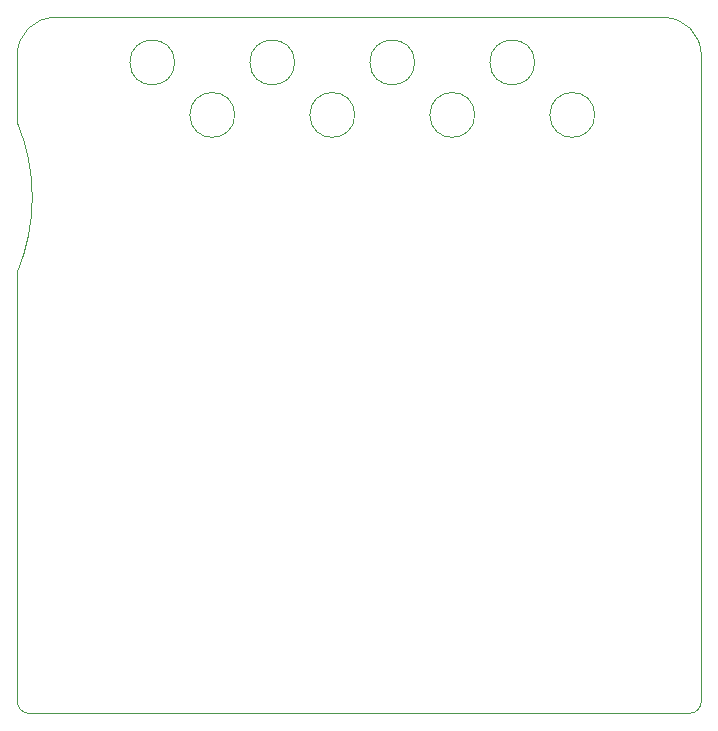
<source format=gm1>
%TF.GenerationSoftware,KiCad,Pcbnew,(5.1.8)-1*%
%TF.CreationDate,2021-03-08T16:17:59+01:00*%
%TF.ProjectId,ZX Diagnostic 2021 FA1,5a582044-6961-4676-9e6f-737469632032,rev?*%
%TF.SameCoordinates,Original*%
%TF.FileFunction,Profile,NP*%
%FSLAX46Y46*%
G04 Gerber Fmt 4.6, Leading zero omitted, Abs format (unit mm)*
G04 Created by KiCad (PCBNEW (5.1.8)-1) date 2021-03-08 16:17:59*
%MOMM*%
%LPD*%
G01*
G04 APERTURE LIST*
%TA.AperFunction,Profile*%
%ADD10C,0.025400*%
%TD*%
G04 APERTURE END LIST*
D10*
X169159000Y-67310000D02*
G75*
G03*
X169159000Y-67310000I-1900000J0D01*
G01*
X164079000Y-62865000D02*
G75*
G03*
X164079000Y-62865000I-1900000J0D01*
G01*
X158999000Y-67310000D02*
G75*
G03*
X158999000Y-67310000I-1900000J0D01*
G01*
X153919000Y-62865000D02*
G75*
G03*
X153919000Y-62865000I-1900000J0D01*
G01*
X148839000Y-67310000D02*
G75*
G03*
X148839000Y-67310000I-1900000J0D01*
G01*
X143759000Y-62865000D02*
G75*
G03*
X143759000Y-62865000I-1900000J0D01*
G01*
X133599000Y-62865000D02*
G75*
G03*
X133599000Y-62865000I-1900000J0D01*
G01*
X138679000Y-67310000D02*
G75*
G03*
X138679000Y-67310000I-1900000J0D01*
G01*
X120269000Y-116967000D02*
G75*
G03*
X121285000Y-117983000I1016000J0D01*
G01*
X120269000Y-67945000D02*
X120269000Y-62230000D01*
X120269001Y-67945000D02*
G75*
G02*
X120269001Y-80645000I-15240000J-6350001D01*
G01*
X123444000Y-59055000D02*
X175006000Y-59055000D01*
X175006000Y-59055000D02*
G75*
G02*
X178181000Y-62230000I0J-3175000D01*
G01*
X120269000Y-62230000D02*
G75*
G02*
X123444000Y-59055000I3175000J0D01*
G01*
X177165000Y-117983000D02*
X121285000Y-117983000D01*
X178181000Y-62230000D02*
X178181000Y-116967000D01*
X177165000Y-117983000D02*
G75*
G03*
X178181000Y-116967000I0J1016000D01*
G01*
X120269001Y-80645000D02*
X120269000Y-116967000D01*
M02*

</source>
